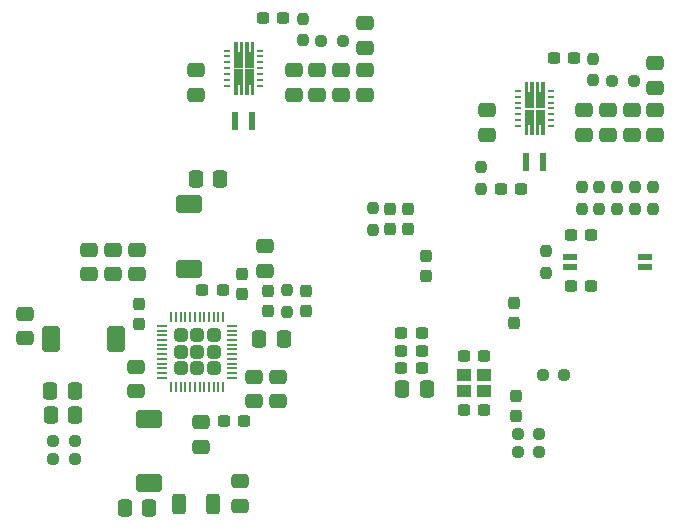
<source format=gbp>
%TF.GenerationSoftware,KiCad,Pcbnew,9.0.6*%
%TF.CreationDate,2025-11-10T09:58:36-05:00*%
%TF.ProjectId,CameraPCB,43616d65-7261-4504-9342-2e6b69636164,rev?*%
%TF.SameCoordinates,Original*%
%TF.FileFunction,Paste,Bot*%
%TF.FilePolarity,Positive*%
%FSLAX46Y46*%
G04 Gerber Fmt 4.6, Leading zero omitted, Abs format (unit mm)*
G04 Created by KiCad (PCBNEW 9.0.6) date 2025-11-10 09:58:36*
%MOMM*%
%LPD*%
G01*
G04 APERTURE LIST*
G04 Aperture macros list*
%AMRoundRect*
0 Rectangle with rounded corners*
0 $1 Rounding radius*
0 $2 $3 $4 $5 $6 $7 $8 $9 X,Y pos of 4 corners*
0 Add a 4 corners polygon primitive as box body*
4,1,4,$2,$3,$4,$5,$6,$7,$8,$9,$2,$3,0*
0 Add four circle primitives for the rounded corners*
1,1,$1+$1,$2,$3*
1,1,$1+$1,$4,$5*
1,1,$1+$1,$6,$7*
1,1,$1+$1,$8,$9*
0 Add four rect primitives between the rounded corners*
20,1,$1+$1,$2,$3,$4,$5,0*
20,1,$1+$1,$4,$5,$6,$7,0*
20,1,$1+$1,$6,$7,$8,$9,0*
20,1,$1+$1,$8,$9,$2,$3,0*%
G04 Aperture macros list end*
%ADD10C,0.010000*%
%ADD11RoundRect,0.250000X0.337500X0.475000X-0.337500X0.475000X-0.337500X-0.475000X0.337500X-0.475000X0*%
%ADD12RoundRect,0.137500X0.137500X0.662500X-0.137500X0.662500X-0.137500X-0.662500X0.137500X-0.662500X0*%
%ADD13RoundRect,0.237500X0.237500X-0.250000X0.237500X0.250000X-0.237500X0.250000X-0.237500X-0.250000X0*%
%ADD14RoundRect,0.237500X-0.237500X0.300000X-0.237500X-0.300000X0.237500X-0.300000X0.237500X0.300000X0*%
%ADD15R,1.200000X1.000000*%
%ADD16RoundRect,0.237500X0.237500X-0.300000X0.237500X0.300000X-0.237500X0.300000X-0.237500X-0.300000X0*%
%ADD17RoundRect,0.237500X0.250000X0.237500X-0.250000X0.237500X-0.250000X-0.237500X0.250000X-0.237500X0*%
%ADD18RoundRect,0.250000X-0.475000X0.337500X-0.475000X-0.337500X0.475000X-0.337500X0.475000X0.337500X0*%
%ADD19RoundRect,0.237500X-0.300000X-0.237500X0.300000X-0.237500X0.300000X0.237500X-0.300000X0.237500X0*%
%ADD20RoundRect,0.250000X0.475000X-0.337500X0.475000X0.337500X-0.475000X0.337500X-0.475000X-0.337500X0*%
%ADD21R,1.200000X0.600000*%
%ADD22O,0.600000X0.240000*%
%ADD23RoundRect,0.237500X0.300000X0.237500X-0.300000X0.237500X-0.300000X-0.237500X0.300000X-0.237500X0*%
%ADD24RoundRect,0.237500X-0.237500X0.250000X-0.237500X-0.250000X0.237500X-0.250000X0.237500X0.250000X0*%
%ADD25RoundRect,0.250000X-0.312500X-0.625000X0.312500X-0.625000X0.312500X0.625000X-0.312500X0.625000X0*%
%ADD26RoundRect,0.250001X0.849999X-0.499999X0.849999X0.499999X-0.849999X0.499999X-0.849999X-0.499999X0*%
%ADD27RoundRect,0.237500X-0.250000X-0.237500X0.250000X-0.237500X0.250000X0.237500X-0.250000X0.237500X0*%
%ADD28RoundRect,0.250000X-0.337500X-0.475000X0.337500X-0.475000X0.337500X0.475000X-0.337500X0.475000X0*%
%ADD29RoundRect,0.250001X-0.849999X0.499999X-0.849999X-0.499999X0.849999X-0.499999X0.849999X0.499999X0*%
%ADD30RoundRect,0.250001X0.499999X0.849999X-0.499999X0.849999X-0.499999X-0.849999X0.499999X-0.849999X0*%
%ADD31RoundRect,0.250000X-0.315000X-0.315000X0.315000X-0.315000X0.315000X0.315000X-0.315000X0.315000X0*%
%ADD32RoundRect,0.050000X-0.375000X-0.050000X0.375000X-0.050000X0.375000X0.050000X-0.375000X0.050000X0*%
%ADD33RoundRect,0.050000X-0.050000X-0.375000X0.050000X-0.375000X0.050000X0.375000X-0.050000X0.375000X0*%
G04 APERTURE END LIST*
D10*
%TO.C,U4*%
X136293476Y-72750000D02*
X136553476Y-72750000D01*
X136553476Y-71900000D01*
X136753476Y-71900000D01*
X136753476Y-74000000D01*
X136093476Y-74000000D01*
X136093476Y-71900000D01*
X136293476Y-71900000D01*
X136293476Y-72750000D01*
G36*
X136293476Y-72750000D02*
G01*
X136553476Y-72750000D01*
X136553476Y-71900000D01*
X136753476Y-71900000D01*
X136753476Y-74000000D01*
X136093476Y-74000000D01*
X136093476Y-71900000D01*
X136293476Y-71900000D01*
X136293476Y-72750000D01*
G37*
X136753476Y-76300000D02*
X136553476Y-76300000D01*
X136553476Y-75450000D01*
X136293476Y-75450000D01*
X136293476Y-76300000D01*
X136093476Y-76300000D01*
X136093476Y-74200000D01*
X136753476Y-74200000D01*
X136753476Y-76300000D01*
G36*
X136753476Y-76300000D02*
G01*
X136553476Y-76300000D01*
X136553476Y-75450000D01*
X136293476Y-75450000D01*
X136293476Y-76300000D01*
X136093476Y-76300000D01*
X136093476Y-74200000D01*
X136753476Y-74200000D01*
X136753476Y-76300000D01*
G37*
X137213476Y-72750000D02*
X137473476Y-72750000D01*
X137473476Y-71900000D01*
X137673476Y-71900000D01*
X137673476Y-74000000D01*
X137013476Y-74000000D01*
X137013476Y-71900000D01*
X137213476Y-71900000D01*
X137213476Y-72750000D01*
G36*
X137213476Y-72750000D02*
G01*
X137473476Y-72750000D01*
X137473476Y-71900000D01*
X137673476Y-71900000D01*
X137673476Y-74000000D01*
X137013476Y-74000000D01*
X137013476Y-71900000D01*
X137213476Y-71900000D01*
X137213476Y-72750000D01*
G37*
X137673476Y-76300000D02*
X137473476Y-76300000D01*
X137473476Y-75450000D01*
X137213476Y-75450000D01*
X137213476Y-76300000D01*
X137013476Y-76300000D01*
X137013476Y-74200000D01*
X137673476Y-74200000D01*
X137673476Y-76300000D01*
G36*
X137673476Y-76300000D02*
G01*
X137473476Y-76300000D01*
X137473476Y-75450000D01*
X137213476Y-75450000D01*
X137213476Y-76300000D01*
X137013476Y-76300000D01*
X137013476Y-74200000D01*
X137673476Y-74200000D01*
X137673476Y-76300000D01*
G37*
%TO.C,U3*%
X160890415Y-76146404D02*
X161150415Y-76146404D01*
X161150415Y-75296404D01*
X161350415Y-75296404D01*
X161350415Y-77396404D01*
X160690415Y-77396404D01*
X160690415Y-75296404D01*
X160890415Y-75296404D01*
X160890415Y-76146404D01*
G36*
X160890415Y-76146404D02*
G01*
X161150415Y-76146404D01*
X161150415Y-75296404D01*
X161350415Y-75296404D01*
X161350415Y-77396404D01*
X160690415Y-77396404D01*
X160690415Y-75296404D01*
X160890415Y-75296404D01*
X160890415Y-76146404D01*
G37*
X161350415Y-79696404D02*
X161150415Y-79696404D01*
X161150415Y-78846404D01*
X160890415Y-78846404D01*
X160890415Y-79696404D01*
X160690415Y-79696404D01*
X160690415Y-77596404D01*
X161350415Y-77596404D01*
X161350415Y-79696404D01*
G36*
X161350415Y-79696404D02*
G01*
X161150415Y-79696404D01*
X161150415Y-78846404D01*
X160890415Y-78846404D01*
X160890415Y-79696404D01*
X160690415Y-79696404D01*
X160690415Y-77596404D01*
X161350415Y-77596404D01*
X161350415Y-79696404D01*
G37*
X161810415Y-76146404D02*
X162070415Y-76146404D01*
X162070415Y-75296404D01*
X162270415Y-75296404D01*
X162270415Y-77396404D01*
X161610415Y-77396404D01*
X161610415Y-75296404D01*
X161810415Y-75296404D01*
X161810415Y-76146404D01*
G36*
X161810415Y-76146404D02*
G01*
X162070415Y-76146404D01*
X162070415Y-75296404D01*
X162270415Y-75296404D01*
X162270415Y-77396404D01*
X161610415Y-77396404D01*
X161610415Y-75296404D01*
X161810415Y-75296404D01*
X161810415Y-76146404D01*
G37*
X162270415Y-79696404D02*
X162070415Y-79696404D01*
X162070415Y-78846404D01*
X161810415Y-78846404D01*
X161810415Y-79696404D01*
X161610415Y-79696404D01*
X161610415Y-77596404D01*
X162270415Y-77596404D01*
X162270415Y-79696404D01*
G36*
X162270415Y-79696404D02*
G01*
X162070415Y-79696404D01*
X162070415Y-78846404D01*
X161810415Y-78846404D01*
X161810415Y-79696404D01*
X161610415Y-79696404D01*
X161610415Y-77596404D01*
X162270415Y-77596404D01*
X162270415Y-79696404D01*
G37*
%TD*%
D11*
%TO.C,C61*%
X140287500Y-97000000D03*
X138212500Y-97000000D03*
%TD*%
D12*
%TO.C,L1*%
X162205415Y-81996404D03*
X160755415Y-81996404D03*
%TD*%
D13*
%TO.C,R5*%
X168500000Y-86012500D03*
X168500000Y-84187500D03*
%TD*%
D14*
%TO.C,C78*%
X149300000Y-86000000D03*
X149300000Y-87725000D03*
%TD*%
D15*
%TO.C,Y4*%
X155550000Y-100100000D03*
X157250000Y-100100000D03*
X157250000Y-101400000D03*
X155550000Y-101400000D03*
%TD*%
D16*
%TO.C,C45*%
X136750000Y-93225000D03*
X136750000Y-91500000D03*
%TD*%
D17*
%TO.C,R9*%
X161925000Y-105100000D03*
X160100000Y-105100000D03*
%TD*%
D18*
%TO.C,C36*%
X133250000Y-104062500D03*
X133250000Y-106137500D03*
%TD*%
%TO.C,C66*%
X147133476Y-74275000D03*
X147133476Y-76350000D03*
%TD*%
D19*
%TO.C,C41*%
X155537500Y-103000000D03*
X157262500Y-103000000D03*
%TD*%
D20*
%TO.C,C35*%
X136562500Y-111150000D03*
X136562500Y-109075000D03*
%TD*%
D21*
%TO.C,Y2*%
X164550000Y-90050000D03*
X170850000Y-90050000D03*
X170850000Y-90950000D03*
X164550000Y-90950000D03*
%TD*%
D18*
%TO.C,C72*%
X167730415Y-77671404D03*
X167730415Y-79746404D03*
%TD*%
D19*
%TO.C,C2*%
X163117915Y-73208904D03*
X164842915Y-73208904D03*
%TD*%
D18*
%TO.C,C54*%
X118350000Y-94862500D03*
X118350000Y-96937500D03*
%TD*%
D11*
%TO.C,C19*%
X152387500Y-101250000D03*
X150312500Y-101250000D03*
%TD*%
D18*
%TO.C,C3*%
X157480415Y-77671404D03*
X157480415Y-79746404D03*
%TD*%
%TO.C,C43*%
X127850000Y-89462500D03*
X127850000Y-91537500D03*
%TD*%
D14*
%TO.C,C14*%
X152300000Y-89975000D03*
X152300000Y-91700000D03*
%TD*%
D18*
%TO.C,C63*%
X123750000Y-89462500D03*
X123750000Y-91537500D03*
%TD*%
%TO.C,C65*%
X145133476Y-74275000D03*
X145133476Y-76350000D03*
%TD*%
D22*
%TO.C,U4*%
X138283476Y-72600000D03*
X138283476Y-73100000D03*
X138283476Y-73600000D03*
X138283476Y-74100000D03*
X138283476Y-74600000D03*
X138283476Y-75100000D03*
X138283476Y-75600000D03*
X135483476Y-75600000D03*
X135483476Y-75100000D03*
X135483476Y-74600000D03*
X135483476Y-74100000D03*
X135483476Y-73600000D03*
X135483476Y-73100000D03*
X135483476Y-72600000D03*
%TD*%
D23*
%TO.C,C5*%
X136912500Y-103950000D03*
X135187500Y-103950000D03*
%TD*%
D24*
%TO.C,R15*%
X140550000Y-92887500D03*
X140550000Y-94712500D03*
%TD*%
D20*
%TO.C,C58*%
X137762500Y-102287500D03*
X137762500Y-100212500D03*
%TD*%
%TO.C,C44*%
X138650000Y-91237500D03*
X138650000Y-89162500D03*
%TD*%
D19*
%TO.C,C38*%
X164587500Y-88250000D03*
X166312500Y-88250000D03*
%TD*%
D18*
%TO.C,C70*%
X169730415Y-77671404D03*
X169730415Y-79746404D03*
%TD*%
D20*
%TO.C,C50*%
X139792500Y-102287500D03*
X139792500Y-100212500D03*
%TD*%
D14*
%TO.C,C77*%
X159900000Y-101837500D03*
X159900000Y-103562500D03*
%TD*%
%TO.C,C55*%
X128050000Y-94037500D03*
X128050000Y-95762500D03*
%TD*%
D18*
%TO.C,C68*%
X165730415Y-77671404D03*
X165730415Y-79746404D03*
%TD*%
D25*
%TO.C,R14*%
X131400000Y-111012500D03*
X134325000Y-111012500D03*
%TD*%
D26*
%TO.C,L9*%
X132250000Y-91050000D03*
X132250000Y-85550000D03*
%TD*%
D23*
%TO.C,C20*%
X151962500Y-98000000D03*
X150237500Y-98000000D03*
%TD*%
D17*
%TO.C,R26*%
X145295976Y-71812500D03*
X143470976Y-71812500D03*
%TD*%
D19*
%TO.C,C40*%
X155537500Y-98500000D03*
X157262500Y-98500000D03*
%TD*%
D24*
%TO.C,R1*%
X162450000Y-89587500D03*
X162450000Y-91412500D03*
%TD*%
D17*
%TO.C,R24*%
X169892915Y-75208904D03*
X168067915Y-75208904D03*
%TD*%
D13*
%TO.C,R6*%
X165500000Y-86012500D03*
X165500000Y-84187500D03*
%TD*%
D23*
%TO.C,C21*%
X151962500Y-99500000D03*
X150237500Y-99500000D03*
%TD*%
D27*
%TO.C,R22*%
X120780000Y-107150000D03*
X122605000Y-107150000D03*
%TD*%
D19*
%TO.C,C39*%
X164587500Y-92500000D03*
X166312500Y-92500000D03*
%TD*%
D16*
%TO.C,C48*%
X138950000Y-94662500D03*
X138950000Y-92937500D03*
%TD*%
D18*
%TO.C,C53*%
X141133476Y-74275000D03*
X141133476Y-76350000D03*
%TD*%
D23*
%TO.C,C57*%
X135112500Y-92900000D03*
X133387500Y-92900000D03*
%TD*%
%TO.C,C24*%
X151962500Y-96500000D03*
X150237500Y-96500000D03*
%TD*%
D24*
%TO.C,R30*%
X147800000Y-85950000D03*
X147800000Y-87775000D03*
%TD*%
D13*
%TO.C,R27*%
X141883476Y-71725000D03*
X141883476Y-69900000D03*
%TD*%
D18*
%TO.C,C62*%
X125800000Y-89462500D03*
X125800000Y-91537500D03*
%TD*%
D14*
%TO.C,C79*%
X150800000Y-86000000D03*
X150800000Y-87725000D03*
%TD*%
D18*
%TO.C,C69*%
X171730415Y-77671404D03*
X171730415Y-79746404D03*
%TD*%
%TO.C,C51*%
X132883476Y-74275000D03*
X132883476Y-76350000D03*
%TD*%
D20*
%TO.C,C71*%
X171730415Y-75746404D03*
X171730415Y-73671404D03*
%TD*%
D11*
%TO.C,C56*%
X134887500Y-83500000D03*
X132812500Y-83500000D03*
%TD*%
D13*
%TO.C,R2*%
X171500000Y-86012500D03*
X171500000Y-84187500D03*
%TD*%
D28*
%TO.C,C74*%
X120555000Y-103450000D03*
X122630000Y-103450000D03*
%TD*%
D11*
%TO.C,C6*%
X128900000Y-111312500D03*
X126825000Y-111312500D03*
%TD*%
D24*
%TO.C,R18*%
X157000000Y-82487500D03*
X157000000Y-84312500D03*
%TD*%
D12*
%TO.C,L2*%
X137608476Y-78600000D03*
X136158476Y-78600000D03*
%TD*%
D29*
%TO.C,L5*%
X128892500Y-103750000D03*
X128892500Y-109250000D03*
%TD*%
D14*
%TO.C,C49*%
X142150000Y-92937500D03*
X142150000Y-94662500D03*
%TD*%
D20*
%TO.C,C42*%
X127750000Y-101437500D03*
X127750000Y-99362500D03*
%TD*%
D30*
%TO.C,L8*%
X126100000Y-97000000D03*
X120600000Y-97000000D03*
%TD*%
D22*
%TO.C,U3*%
X162880415Y-75996404D03*
X162880415Y-76496404D03*
X162880415Y-76996404D03*
X162880415Y-77496404D03*
X162880415Y-77996404D03*
X162880415Y-78496404D03*
X162880415Y-78996404D03*
X160080415Y-78996404D03*
X160080415Y-78496404D03*
X160080415Y-77996404D03*
X160080415Y-77496404D03*
X160080415Y-76996404D03*
X160080415Y-76496404D03*
X160080415Y-75996404D03*
%TD*%
D14*
%TO.C,C15*%
X159800000Y-93937500D03*
X159800000Y-95662500D03*
%TD*%
D19*
%TO.C,C80*%
X158637500Y-84300000D03*
X160362500Y-84300000D03*
%TD*%
D13*
%TO.C,R4*%
X167000000Y-86012500D03*
X167000000Y-84187500D03*
%TD*%
D28*
%TO.C,C73*%
X120525000Y-101412500D03*
X122600000Y-101412500D03*
%TD*%
D31*
%TO.C,U1*%
X131550000Y-96700000D03*
X131550000Y-98100000D03*
X131550000Y-99500000D03*
X132950000Y-96700000D03*
X132950000Y-98100000D03*
X132950000Y-99500000D03*
X134350000Y-96700000D03*
X134350000Y-98100000D03*
X134350000Y-99500000D03*
D32*
X130000000Y-100300000D03*
X130000000Y-99900000D03*
X130000000Y-99500000D03*
X130000000Y-99100000D03*
X130000000Y-98700000D03*
X130000000Y-98300000D03*
X130000000Y-97900000D03*
X130000000Y-97500000D03*
X130000000Y-97100000D03*
X130000000Y-96700000D03*
X130000000Y-96300000D03*
X130000000Y-95900000D03*
D33*
X130750000Y-95150000D03*
X131150000Y-95150000D03*
X131550000Y-95150000D03*
X131950000Y-95150000D03*
X132350000Y-95150000D03*
X132750000Y-95150000D03*
X133150000Y-95150000D03*
X133550000Y-95150000D03*
X133950000Y-95150000D03*
X134350000Y-95150000D03*
X134750000Y-95150000D03*
X135150000Y-95150000D03*
D32*
X135900000Y-95900000D03*
X135900000Y-96300000D03*
X135900000Y-96700000D03*
X135900000Y-97100000D03*
X135900000Y-97500000D03*
X135900000Y-97900000D03*
X135900000Y-98300000D03*
X135900000Y-98700000D03*
X135900000Y-99100000D03*
X135900000Y-99500000D03*
X135900000Y-99900000D03*
X135900000Y-100300000D03*
D33*
X135150000Y-101050000D03*
X134750000Y-101050000D03*
X134350000Y-101050000D03*
X133950000Y-101050000D03*
X133550000Y-101050000D03*
X133150000Y-101050000D03*
X132750000Y-101050000D03*
X132350000Y-101050000D03*
X131950000Y-101050000D03*
X131550000Y-101050000D03*
X131150000Y-101050000D03*
X130750000Y-101050000D03*
%TD*%
D19*
%TO.C,C52*%
X138520976Y-69812500D03*
X140245976Y-69812500D03*
%TD*%
D27*
%TO.C,R10*%
X160100000Y-106600000D03*
X161925000Y-106600000D03*
%TD*%
D18*
%TO.C,C64*%
X143133476Y-74275000D03*
X143133476Y-76350000D03*
%TD*%
D27*
%TO.C,R23*%
X120780000Y-105650000D03*
X122605000Y-105650000D03*
%TD*%
%TO.C,R11*%
X162187500Y-100100000D03*
X164012500Y-100100000D03*
%TD*%
D13*
%TO.C,R25*%
X166480415Y-75121404D03*
X166480415Y-73296404D03*
%TD*%
%TO.C,R3*%
X170000000Y-86012500D03*
X170000000Y-84187500D03*
%TD*%
D20*
%TO.C,C67*%
X147133476Y-72350000D03*
X147133476Y-70275000D03*
%TD*%
M02*

</source>
